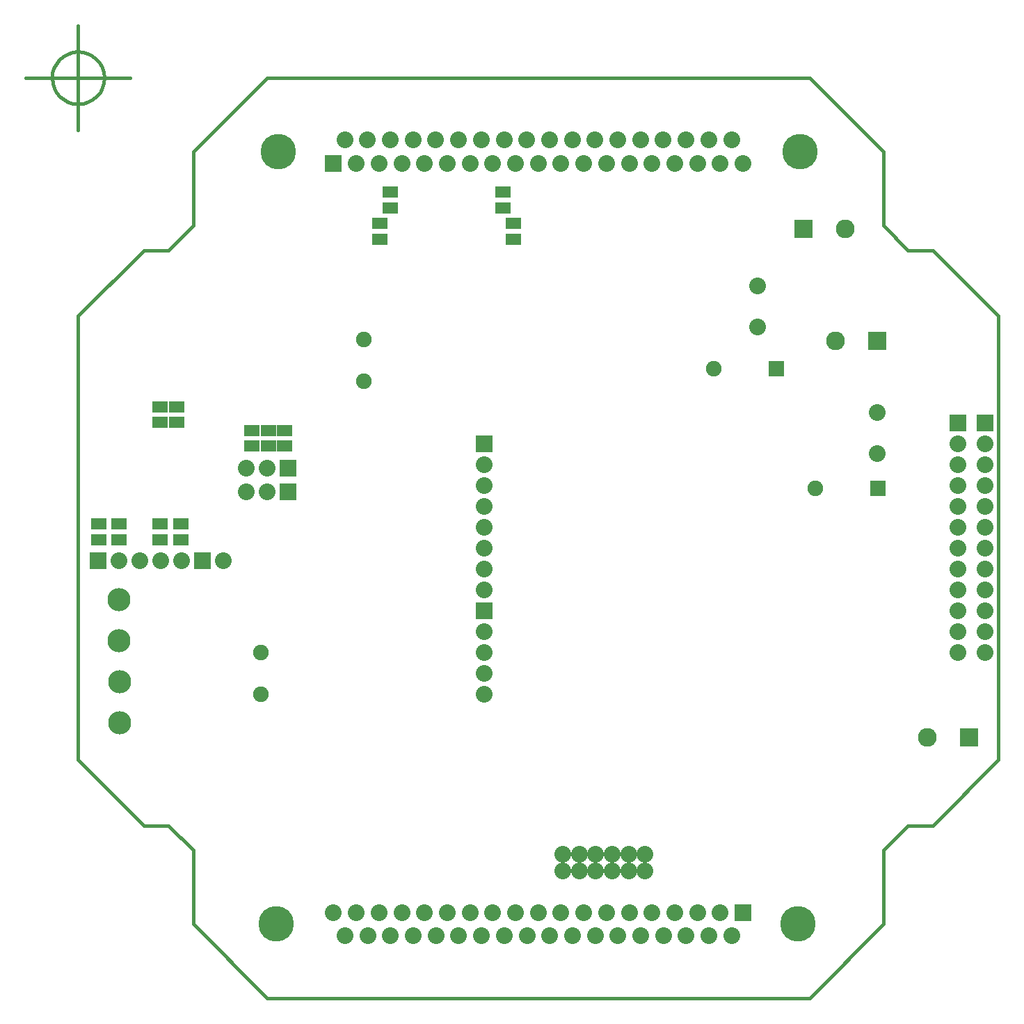
<source format=gbs>
G04 (created by PCBNEW-RS274X (2012-01-19 BZR 3256)-stable) date 11/12/2012 13:12:31*
G01*
G70*
G90*
%MOIN*%
G04 Gerber Fmt 3.4, Leading zero omitted, Abs format*
%FSLAX34Y34*%
G04 APERTURE LIST*
%ADD10C,0.006000*%
%ADD11C,0.015000*%
%ADD12R,0.075000X0.055000*%
%ADD13R,0.080000X0.080000*%
%ADD14C,0.080000*%
%ADD15C,0.170000*%
%ADD16R,0.075000X0.075000*%
%ADD17C,0.075000*%
%ADD18R,0.090000X0.090000*%
%ADD19C,0.090000*%
%ADD20C,0.110600*%
G04 APERTURE END LIST*
G54D10*
G54D11*
X01250Y00000D02*
X01226Y-00242D01*
X01155Y-00476D01*
X01041Y-00691D01*
X00886Y-00880D01*
X00698Y-01036D01*
X00484Y-01152D01*
X00251Y-01224D01*
X00008Y-01249D01*
X-00234Y-01227D01*
X-00468Y-01158D01*
X-00684Y-01045D01*
X-00874Y-00893D01*
X-01031Y-00706D01*
X-01148Y-00492D01*
X-01222Y-00259D01*
X-01249Y-00017D01*
X-01229Y00225D01*
X-01162Y00460D01*
X-01050Y00677D01*
X-00899Y00868D01*
X-00713Y01026D01*
X-00500Y01145D01*
X-00268Y01220D01*
X-00026Y01249D01*
X00217Y01231D01*
X00452Y01165D01*
X00669Y01055D01*
X00862Y00905D01*
X01021Y00720D01*
X01141Y00508D01*
X01218Y00276D01*
X01249Y00034D01*
X01250Y00000D01*
X-02500Y00000D02*
X02500Y00000D01*
X00000Y02500D02*
X00000Y-02500D01*
X05512Y-03543D02*
X09055Y00000D01*
X05512Y-07087D02*
X05512Y-03543D01*
X04331Y-08268D02*
X05512Y-07087D01*
X03149Y-08268D02*
X04331Y-08268D01*
X00000Y-11417D02*
X03149Y-08268D01*
X00000Y-32677D02*
X00000Y-11417D01*
X03150Y-35827D02*
X00000Y-32677D01*
X04331Y-35827D02*
X03150Y-35827D01*
X05512Y-37008D02*
X04331Y-35827D01*
X05512Y-40551D02*
X05512Y-37008D01*
X09055Y-44094D02*
X05512Y-40551D01*
X35040Y-44094D02*
X09055Y-44094D01*
X38583Y-40551D02*
X35040Y-44094D01*
X38583Y-37007D02*
X38583Y-40551D01*
X39764Y-35826D02*
X38583Y-37007D01*
X40945Y-35826D02*
X39764Y-35826D01*
X44094Y-32677D02*
X40945Y-35826D01*
X44094Y-11417D02*
X44094Y-32677D01*
X40945Y-08268D02*
X44094Y-11417D01*
X39764Y-08268D02*
X40945Y-08268D01*
X38583Y-07087D02*
X39764Y-08268D01*
X38583Y-03543D02*
X38583Y-07087D01*
X35040Y00000D02*
X38583Y-03543D01*
X09055Y00000D02*
X35040Y00000D01*
G54D12*
X09899Y-16898D03*
X09899Y-17648D03*
X09112Y-16898D03*
X09112Y-17648D03*
X08324Y-16898D03*
X08324Y-17648D03*
X03937Y-22127D03*
X03937Y-21377D03*
X04922Y-22127D03*
X04922Y-21377D03*
X00985Y-22127D03*
X00985Y-21377D03*
X01969Y-22127D03*
X01969Y-21377D03*
X14442Y-07727D03*
X14442Y-06977D03*
X14942Y-06227D03*
X14942Y-05477D03*
X20342Y-06227D03*
X20342Y-05477D03*
X20842Y-07727D03*
X20842Y-06977D03*
G54D13*
X00942Y-23152D03*
G54D14*
X01942Y-23152D03*
X02942Y-23152D03*
X03942Y-23152D03*
X04942Y-23152D03*
G54D13*
X19442Y-25552D03*
G54D14*
X19442Y-26552D03*
X19442Y-27552D03*
X19442Y-28552D03*
X19442Y-29552D03*
G54D13*
X10067Y-18702D03*
G54D14*
X09067Y-18702D03*
X08067Y-18702D03*
G54D13*
X10067Y-19852D03*
G54D14*
X09067Y-19852D03*
X08067Y-19852D03*
G54D13*
X05942Y-23152D03*
G54D14*
X06942Y-23152D03*
G54D13*
X12238Y-04103D03*
G54D14*
X13328Y-04103D03*
X14418Y-04103D03*
X15508Y-04103D03*
X16598Y-04103D03*
X17688Y-04103D03*
X18778Y-04103D03*
X19868Y-04103D03*
X20958Y-04103D03*
G54D15*
X09598Y-03543D03*
X34598Y-03543D03*
G54D14*
X22048Y-04103D03*
X23138Y-04103D03*
X24228Y-04103D03*
X25318Y-04103D03*
X26408Y-04103D03*
X27498Y-04103D03*
X28588Y-04103D03*
X29678Y-04103D03*
X30768Y-04103D03*
X31858Y-04103D03*
X12778Y-02983D03*
X13868Y-02983D03*
X14958Y-02983D03*
X16048Y-02983D03*
X17138Y-02983D03*
X18228Y-02983D03*
X19318Y-02983D03*
X20408Y-02983D03*
X21498Y-02983D03*
X22588Y-02983D03*
X23678Y-02983D03*
X24768Y-02983D03*
X25858Y-02983D03*
X26948Y-02983D03*
X28038Y-02983D03*
X29128Y-02983D03*
X30218Y-02983D03*
X31308Y-02983D03*
G54D13*
X31858Y-39991D03*
G54D14*
X30768Y-39991D03*
X29678Y-39991D03*
X28588Y-39991D03*
X27498Y-39991D03*
X26408Y-39991D03*
X25318Y-39991D03*
X24228Y-39991D03*
X23138Y-39991D03*
G54D15*
X34498Y-40551D03*
X09498Y-40551D03*
G54D14*
X22048Y-39991D03*
X20958Y-39991D03*
X19868Y-39991D03*
X18778Y-39991D03*
X17688Y-39991D03*
X16598Y-39991D03*
X15508Y-39991D03*
X14418Y-39991D03*
X13328Y-39991D03*
X12238Y-39991D03*
X31318Y-41111D03*
X30228Y-41111D03*
X29138Y-41111D03*
X28048Y-41111D03*
X26958Y-41111D03*
X25868Y-41111D03*
X24778Y-41111D03*
X23688Y-41111D03*
X22598Y-41111D03*
X21508Y-41111D03*
X20418Y-41111D03*
X19328Y-41111D03*
X18238Y-41111D03*
X17148Y-41111D03*
X16058Y-41111D03*
X14968Y-41111D03*
X13878Y-41111D03*
X12788Y-41111D03*
G54D16*
X33442Y-13952D03*
G54D17*
X30442Y-13952D03*
G54D16*
X38311Y-19685D03*
G54D17*
X35311Y-19685D03*
G54D18*
X42693Y-31595D03*
G54D19*
X40693Y-31595D03*
G54D17*
X08742Y-29552D03*
X08742Y-27552D03*
X13699Y-12533D03*
X13699Y-14533D03*
G54D13*
X43442Y-16552D03*
G54D14*
X43442Y-17552D03*
X43442Y-18552D03*
X43442Y-19552D03*
X43442Y-20552D03*
X43442Y-21552D03*
X43442Y-22552D03*
X43442Y-23552D03*
X43442Y-24552D03*
X43442Y-25552D03*
X43442Y-26552D03*
X43442Y-27552D03*
G54D13*
X42142Y-16552D03*
G54D14*
X42142Y-17552D03*
X42142Y-18552D03*
X42142Y-19552D03*
X42142Y-20552D03*
X42142Y-21552D03*
X42142Y-22552D03*
X42142Y-23552D03*
X42142Y-24552D03*
X42142Y-25552D03*
X42142Y-26552D03*
X42142Y-27552D03*
X38288Y-18012D03*
X38288Y-16044D03*
X32542Y-11936D03*
X32542Y-09968D03*
X27166Y-37204D03*
X26378Y-37204D03*
X25591Y-37204D03*
X24803Y-37204D03*
X24016Y-37204D03*
X23228Y-37204D03*
X27166Y-37992D03*
X26378Y-37992D03*
X25591Y-37992D03*
X24803Y-37992D03*
X24016Y-37992D03*
X23228Y-37992D03*
G54D20*
X01969Y-26968D03*
X01969Y-25000D03*
X01988Y-30905D03*
X01988Y-28937D03*
G54D13*
X19442Y-17552D03*
G54D14*
X19442Y-18552D03*
X19442Y-19552D03*
X19442Y-20552D03*
X19442Y-21552D03*
X19442Y-22552D03*
X19442Y-23552D03*
X19442Y-24552D03*
G54D18*
X38303Y-12598D03*
G54D19*
X36303Y-12598D03*
G54D18*
X34742Y-07252D03*
G54D19*
X36742Y-07252D03*
G54D12*
X04725Y-15767D03*
X04725Y-16517D03*
X03937Y-15767D03*
X03937Y-16517D03*
M02*

</source>
